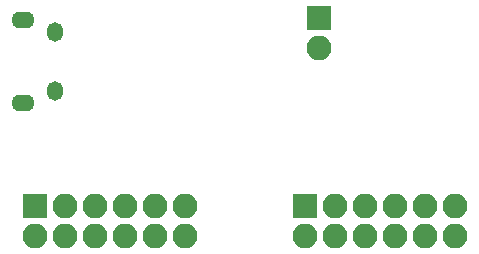
<source format=gbs>
G04 #@! TF.GenerationSoftware,KiCad,Pcbnew,(2017-01-20 revision 550a1ea4d)-master*
G04 #@! TF.CreationDate,2017-01-26T21:32:20+07:00*
G04 #@! TF.ProjectId,ULPI_PMOD,554C50495F504D4F442E6B696361645F,rev?*
G04 #@! TF.FileFunction,Soldermask,Bot*
G04 #@! TF.FilePolarity,Negative*
%FSLAX46Y46*%
G04 Gerber Fmt 4.6, Leading zero omitted, Abs format (unit mm)*
G04 Created by KiCad (PCBNEW (2017-01-20 revision 550a1ea4d)-master) date Thu Jan 26 21:32:20 2017*
%MOMM*%
%LPD*%
G01*
G04 APERTURE LIST*
%ADD10C,0.100000*%
%ADD11O,1.950000X1.400000*%
%ADD12O,1.350000X1.650000*%
%ADD13O,2.100000X2.100000*%
%ADD14R,2.100000X2.100000*%
G04 APERTURE END LIST*
D10*
D11*
X75150000Y-67500000D03*
X75150000Y-60500000D03*
D12*
X77850000Y-66500000D03*
X77850000Y-61500000D03*
D13*
X100203000Y-62865000D03*
D14*
X100203000Y-60325000D03*
X76200000Y-76200000D03*
D13*
X76200000Y-78740000D03*
X78740000Y-76200000D03*
X78740000Y-78740000D03*
X81280000Y-76200000D03*
X81280000Y-78740000D03*
X83820000Y-76200000D03*
X83820000Y-78740000D03*
X86360000Y-76200000D03*
X86360000Y-78740000D03*
X88900000Y-76200000D03*
X88900000Y-78740000D03*
X111760000Y-78740000D03*
X111760000Y-76200000D03*
X109220000Y-78740000D03*
X109220000Y-76200000D03*
X106680000Y-78740000D03*
X106680000Y-76200000D03*
X104140000Y-78740000D03*
X104140000Y-76200000D03*
X101600000Y-78740000D03*
X101600000Y-76200000D03*
X99060000Y-78740000D03*
D14*
X99060000Y-76200000D03*
M02*

</source>
